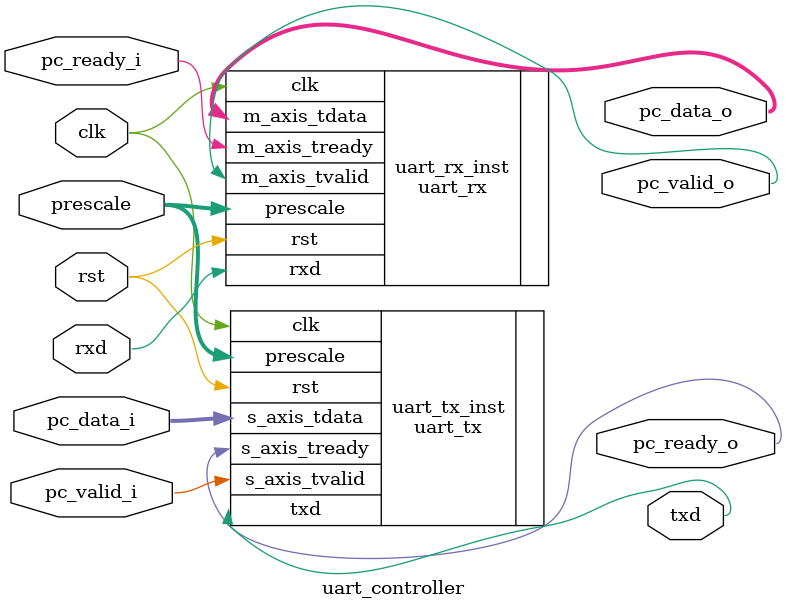
<source format=sv>
module uart_controller (
    input  logic clk,
    input  logic rst,

    // PC Interface
    output logic [7:0] pc_data_o,
    output logic       pc_valid_o,
    input  logic       pc_ready_i,

    input  logic [7:0] pc_data_i,
    input  logic       pc_valid_i,
    output logic       pc_ready_o,

    // UART Serial Pins
    input  logic rxd,
    output logic txd,

    // Config
    input  logic [15:0] prescale
);

    // UART Receiver
    uart_rx uart_rx_inst (
        .clk(clk),
        .rst(rst),
        .m_axis_tdata (pc_data_o),
        .m_axis_tvalid(pc_valid_o),
        .m_axis_tready(pc_ready_i),
        .rxd(rxd),
        .prescale(prescale)
    );

    // UART Transmitter 
    uart_tx uart_tx_inst (
        .clk(clk),
        .rst(rst),
        .s_axis_tdata (pc_data_i),
        .s_axis_tvalid(pc_valid_i),
        .s_axis_tready(pc_ready_o),
        .txd(txd),
        .prescale(prescale)
    );

endmodule

</source>
